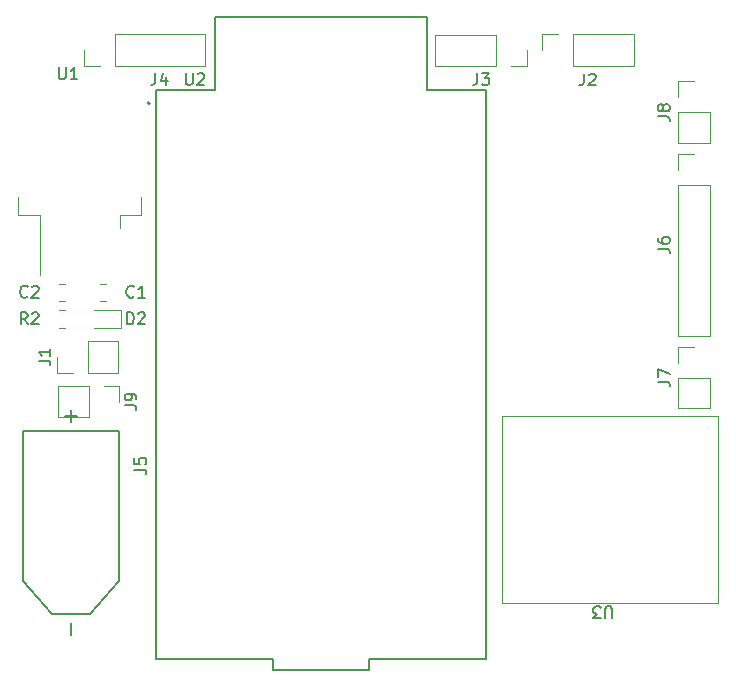
<source format=gbr>
%TF.GenerationSoftware,KiCad,Pcbnew,(6.0.9)*%
%TF.CreationDate,2023-05-11T13:54:47+10:00*%
%TF.ProjectId,Rescue Line,52657363-7565-4204-9c69-6e652e6b6963,rev?*%
%TF.SameCoordinates,Original*%
%TF.FileFunction,Legend,Top*%
%TF.FilePolarity,Positive*%
%FSLAX46Y46*%
G04 Gerber Fmt 4.6, Leading zero omitted, Abs format (unit mm)*
G04 Created by KiCad (PCBNEW (6.0.9)) date 2023-05-11 13:54:47*
%MOMM*%
%LPD*%
G01*
G04 APERTURE LIST*
%ADD10C,0.150000*%
%ADD11C,0.120000*%
%ADD12C,0.127000*%
%ADD13C,0.200000*%
G04 APERTURE END LIST*
D10*
%TO.C,C2*%
X107083333Y-91107142D02*
X107035714Y-91154761D01*
X106892857Y-91202380D01*
X106797619Y-91202380D01*
X106654761Y-91154761D01*
X106559523Y-91059523D01*
X106511904Y-90964285D01*
X106464285Y-90773809D01*
X106464285Y-90630952D01*
X106511904Y-90440476D01*
X106559523Y-90345238D01*
X106654761Y-90250000D01*
X106797619Y-90202380D01*
X106892857Y-90202380D01*
X107035714Y-90250000D01*
X107083333Y-90297619D01*
X107464285Y-90297619D02*
X107511904Y-90250000D01*
X107607142Y-90202380D01*
X107845238Y-90202380D01*
X107940476Y-90250000D01*
X107988095Y-90297619D01*
X108035714Y-90392857D01*
X108035714Y-90488095D01*
X107988095Y-90630952D01*
X107416666Y-91202380D01*
X108035714Y-91202380D01*
%TO.C,J3*%
X145166666Y-72202380D02*
X145166666Y-72916666D01*
X145119047Y-73059523D01*
X145023809Y-73154761D01*
X144880952Y-73202380D01*
X144785714Y-73202380D01*
X145547619Y-72202380D02*
X146166666Y-72202380D01*
X145833333Y-72583333D01*
X145976190Y-72583333D01*
X146071428Y-72630952D01*
X146119047Y-72678571D01*
X146166666Y-72773809D01*
X146166666Y-73011904D01*
X146119047Y-73107142D01*
X146071428Y-73154761D01*
X145976190Y-73202380D01*
X145690476Y-73202380D01*
X145595238Y-73154761D01*
X145547619Y-73107142D01*
%TO.C,J6*%
X160452380Y-87063333D02*
X161166666Y-87063333D01*
X161309523Y-87110952D01*
X161404761Y-87206190D01*
X161452380Y-87349047D01*
X161452380Y-87444285D01*
X160452380Y-86158571D02*
X160452380Y-86349047D01*
X160500000Y-86444285D01*
X160547619Y-86491904D01*
X160690476Y-86587142D01*
X160880952Y-86634761D01*
X161261904Y-86634761D01*
X161357142Y-86587142D01*
X161404761Y-86539523D01*
X161452380Y-86444285D01*
X161452380Y-86253809D01*
X161404761Y-86158571D01*
X161357142Y-86110952D01*
X161261904Y-86063333D01*
X161023809Y-86063333D01*
X160928571Y-86110952D01*
X160880952Y-86158571D01*
X160833333Y-86253809D01*
X160833333Y-86444285D01*
X160880952Y-86539523D01*
X160928571Y-86587142D01*
X161023809Y-86634761D01*
%TO.C,U2*%
X120488095Y-72202380D02*
X120488095Y-73011904D01*
X120535714Y-73107142D01*
X120583333Y-73154761D01*
X120678571Y-73202380D01*
X120869047Y-73202380D01*
X120964285Y-73154761D01*
X121011904Y-73107142D01*
X121059523Y-73011904D01*
X121059523Y-72202380D01*
X121488095Y-72297619D02*
X121535714Y-72250000D01*
X121630952Y-72202380D01*
X121869047Y-72202380D01*
X121964285Y-72250000D01*
X122011904Y-72297619D01*
X122059523Y-72392857D01*
X122059523Y-72488095D01*
X122011904Y-72630952D01*
X121440476Y-73202380D01*
X122059523Y-73202380D01*
%TO.C,J8*%
X160452380Y-75838333D02*
X161166666Y-75838333D01*
X161309523Y-75885952D01*
X161404761Y-75981190D01*
X161452380Y-76124047D01*
X161452380Y-76219285D01*
X160880952Y-75219285D02*
X160833333Y-75314523D01*
X160785714Y-75362142D01*
X160690476Y-75409761D01*
X160642857Y-75409761D01*
X160547619Y-75362142D01*
X160500000Y-75314523D01*
X160452380Y-75219285D01*
X160452380Y-75028809D01*
X160500000Y-74933571D01*
X160547619Y-74885952D01*
X160642857Y-74838333D01*
X160690476Y-74838333D01*
X160785714Y-74885952D01*
X160833333Y-74933571D01*
X160880952Y-75028809D01*
X160880952Y-75219285D01*
X160928571Y-75314523D01*
X160976190Y-75362142D01*
X161071428Y-75409761D01*
X161261904Y-75409761D01*
X161357142Y-75362142D01*
X161404761Y-75314523D01*
X161452380Y-75219285D01*
X161452380Y-75028809D01*
X161404761Y-74933571D01*
X161357142Y-74885952D01*
X161261904Y-74838333D01*
X161071428Y-74838333D01*
X160976190Y-74885952D01*
X160928571Y-74933571D01*
X160880952Y-75028809D01*
%TO.C,U3*%
X156566904Y-118352619D02*
X156566904Y-117543095D01*
X156519285Y-117447857D01*
X156471666Y-117400238D01*
X156376428Y-117352619D01*
X156185952Y-117352619D01*
X156090714Y-117400238D01*
X156043095Y-117447857D01*
X155995476Y-117543095D01*
X155995476Y-118352619D01*
X155614523Y-118352619D02*
X154995476Y-118352619D01*
X155328809Y-117971666D01*
X155185952Y-117971666D01*
X155090714Y-117924047D01*
X155043095Y-117876428D01*
X154995476Y-117781190D01*
X154995476Y-117543095D01*
X155043095Y-117447857D01*
X155090714Y-117400238D01*
X155185952Y-117352619D01*
X155471666Y-117352619D01*
X155566904Y-117400238D01*
X155614523Y-117447857D01*
%TO.C,J5*%
X116137380Y-105758333D02*
X116851666Y-105758333D01*
X116994523Y-105805952D01*
X117089761Y-105901190D01*
X117137380Y-106044047D01*
X117137380Y-106139285D01*
X116137380Y-104805952D02*
X116137380Y-105282142D01*
X116613571Y-105329761D01*
X116565952Y-105282142D01*
X116518333Y-105186904D01*
X116518333Y-104948809D01*
X116565952Y-104853571D01*
X116613571Y-104805952D01*
X116708809Y-104758333D01*
X116946904Y-104758333D01*
X117042142Y-104805952D01*
X117089761Y-104853571D01*
X117137380Y-104948809D01*
X117137380Y-105186904D01*
X117089761Y-105282142D01*
X117042142Y-105329761D01*
%TO.C,J2*%
X154191666Y-72227380D02*
X154191666Y-72941666D01*
X154144047Y-73084523D01*
X154048809Y-73179761D01*
X153905952Y-73227380D01*
X153810714Y-73227380D01*
X154620238Y-72322619D02*
X154667857Y-72275000D01*
X154763095Y-72227380D01*
X155001190Y-72227380D01*
X155096428Y-72275000D01*
X155144047Y-72322619D01*
X155191666Y-72417857D01*
X155191666Y-72513095D01*
X155144047Y-72655952D01*
X154572619Y-73227380D01*
X155191666Y-73227380D01*
%TO.C,J1*%
X108027380Y-96551833D02*
X108741666Y-96551833D01*
X108884523Y-96599452D01*
X108979761Y-96694690D01*
X109027380Y-96837547D01*
X109027380Y-96932785D01*
X109027380Y-95551833D02*
X109027380Y-96123261D01*
X109027380Y-95837547D02*
X108027380Y-95837547D01*
X108170238Y-95932785D01*
X108265476Y-96028023D01*
X108313095Y-96123261D01*
%TO.C,D2*%
X115511904Y-93452380D02*
X115511904Y-92452380D01*
X115750000Y-92452380D01*
X115892857Y-92500000D01*
X115988095Y-92595238D01*
X116035714Y-92690476D01*
X116083333Y-92880952D01*
X116083333Y-93023809D01*
X116035714Y-93214285D01*
X115988095Y-93309523D01*
X115892857Y-93404761D01*
X115750000Y-93452380D01*
X115511904Y-93452380D01*
X116464285Y-92547619D02*
X116511904Y-92500000D01*
X116607142Y-92452380D01*
X116845238Y-92452380D01*
X116940476Y-92500000D01*
X116988095Y-92547619D01*
X117035714Y-92642857D01*
X117035714Y-92738095D01*
X116988095Y-92880952D01*
X116416666Y-93452380D01*
X117035714Y-93452380D01*
%TO.C,R2*%
X107083333Y-93452380D02*
X106750000Y-92976190D01*
X106511904Y-93452380D02*
X106511904Y-92452380D01*
X106892857Y-92452380D01*
X106988095Y-92500000D01*
X107035714Y-92547619D01*
X107083333Y-92642857D01*
X107083333Y-92785714D01*
X107035714Y-92880952D01*
X106988095Y-92928571D01*
X106892857Y-92976190D01*
X106511904Y-92976190D01*
X107464285Y-92547619D02*
X107511904Y-92500000D01*
X107607142Y-92452380D01*
X107845238Y-92452380D01*
X107940476Y-92500000D01*
X107988095Y-92547619D01*
X108035714Y-92642857D01*
X108035714Y-92738095D01*
X107988095Y-92880952D01*
X107416666Y-93452380D01*
X108035714Y-93452380D01*
%TO.C,J9*%
X115307380Y-100333333D02*
X116021666Y-100333333D01*
X116164523Y-100380952D01*
X116259761Y-100476190D01*
X116307380Y-100619047D01*
X116307380Y-100714285D01*
X116307380Y-99809523D02*
X116307380Y-99619047D01*
X116259761Y-99523809D01*
X116212142Y-99476190D01*
X116069285Y-99380952D01*
X115878809Y-99333333D01*
X115497857Y-99333333D01*
X115402619Y-99380952D01*
X115355000Y-99428571D01*
X115307380Y-99523809D01*
X115307380Y-99714285D01*
X115355000Y-99809523D01*
X115402619Y-99857142D01*
X115497857Y-99904761D01*
X115735952Y-99904761D01*
X115831190Y-99857142D01*
X115878809Y-99809523D01*
X115926428Y-99714285D01*
X115926428Y-99523809D01*
X115878809Y-99428571D01*
X115831190Y-99380952D01*
X115735952Y-99333333D01*
%TO.C,J4*%
X117916666Y-72202380D02*
X117916666Y-72916666D01*
X117869047Y-73059523D01*
X117773809Y-73154761D01*
X117630952Y-73202380D01*
X117535714Y-73202380D01*
X118821428Y-72535714D02*
X118821428Y-73202380D01*
X118583333Y-72154761D02*
X118345238Y-72869047D01*
X118964285Y-72869047D01*
%TO.C,C1*%
X116083333Y-91107142D02*
X116035714Y-91154761D01*
X115892857Y-91202380D01*
X115797619Y-91202380D01*
X115654761Y-91154761D01*
X115559523Y-91059523D01*
X115511904Y-90964285D01*
X115464285Y-90773809D01*
X115464285Y-90630952D01*
X115511904Y-90440476D01*
X115559523Y-90345238D01*
X115654761Y-90250000D01*
X115797619Y-90202380D01*
X115892857Y-90202380D01*
X116035714Y-90250000D01*
X116083333Y-90297619D01*
X117035714Y-91202380D02*
X116464285Y-91202380D01*
X116750000Y-91202380D02*
X116750000Y-90202380D01*
X116654761Y-90345238D01*
X116559523Y-90440476D01*
X116464285Y-90488095D01*
%TO.C,U1*%
X109738095Y-71702380D02*
X109738095Y-72511904D01*
X109785714Y-72607142D01*
X109833333Y-72654761D01*
X109928571Y-72702380D01*
X110119047Y-72702380D01*
X110214285Y-72654761D01*
X110261904Y-72607142D01*
X110309523Y-72511904D01*
X110309523Y-71702380D01*
X111309523Y-72702380D02*
X110738095Y-72702380D01*
X111023809Y-72702380D02*
X111023809Y-71702380D01*
X110928571Y-71845238D01*
X110833333Y-71940476D01*
X110738095Y-71988095D01*
%TO.C,J7*%
X160452380Y-98313333D02*
X161166666Y-98313333D01*
X161309523Y-98360952D01*
X161404761Y-98456190D01*
X161452380Y-98599047D01*
X161452380Y-98694285D01*
X160452380Y-97932380D02*
X160452380Y-97265714D01*
X161452380Y-97694285D01*
D11*
%TO.C,C2*%
X110261252Y-90015000D02*
X109738748Y-90015000D01*
X110261252Y-91485000D02*
X109738748Y-91485000D01*
%TO.C,J3*%
X149355000Y-70275000D02*
X149355000Y-71605000D01*
X141615000Y-68945000D02*
X141615000Y-71605000D01*
X146755000Y-71605000D02*
X141615000Y-71605000D01*
X149355000Y-71605000D02*
X148025000Y-71605000D01*
X146755000Y-68945000D02*
X146755000Y-71605000D01*
X146755000Y-68945000D02*
X141615000Y-68945000D01*
%TO.C,J6*%
X162170000Y-80380000D02*
X162170000Y-79050000D01*
X162170000Y-94410000D02*
X164830000Y-94410000D01*
X164830000Y-81650000D02*
X164830000Y-94410000D01*
X162170000Y-79050000D02*
X163500000Y-79050000D01*
X162170000Y-81650000D02*
X164830000Y-81650000D01*
X162170000Y-81650000D02*
X162170000Y-94410000D01*
D12*
%TO.C,U2*%
X140925000Y-67420000D02*
X140925000Y-73620000D01*
X145875000Y-121820000D02*
X145875000Y-73620000D01*
X122925000Y-67420000D02*
X140925000Y-67420000D01*
X145875000Y-73620000D02*
X140925000Y-73620000D01*
X127855000Y-122720000D02*
X135985000Y-122720000D01*
X127855000Y-121820000D02*
X127855000Y-122720000D01*
X122925000Y-73620000D02*
X117975000Y-73620000D01*
X135985000Y-122720000D02*
X135985000Y-121820000D01*
X117975000Y-121820000D02*
X127855000Y-121820000D01*
X117975000Y-73620000D02*
X117975000Y-121820000D01*
X135985000Y-121820000D02*
X145875000Y-121820000D01*
X122925000Y-73620000D02*
X122925000Y-67420000D01*
D13*
X117455000Y-74750000D02*
G75*
G03*
X117455000Y-74750000I-100000J0D01*
G01*
D11*
%TO.C,J8*%
X162170000Y-75500000D02*
X162170000Y-78100000D01*
X162170000Y-74230000D02*
X162170000Y-72900000D01*
X162170000Y-78100000D02*
X164830000Y-78100000D01*
X162170000Y-75500000D02*
X164830000Y-75500000D01*
X162170000Y-72900000D02*
X163500000Y-72900000D01*
X164830000Y-75500000D02*
X164830000Y-78100000D01*
%TO.C,U3*%
X165555000Y-117055000D02*
X147255000Y-117055000D01*
X147255000Y-117055000D02*
X147255000Y-101255000D01*
X147255000Y-101255000D02*
X165555000Y-101255000D01*
X165555000Y-101255000D02*
X165555000Y-117055000D01*
D12*
%TO.C,J5*%
X106700000Y-102500000D02*
X114800000Y-102500000D01*
X114800000Y-102500000D02*
X114800000Y-115200000D01*
X109150000Y-118000000D02*
X106700000Y-115200000D01*
X110750000Y-118750000D02*
X110750000Y-119750000D01*
X110750000Y-100750000D02*
X110750000Y-101750000D01*
X112350000Y-118000000D02*
X109150000Y-118000000D01*
X114800000Y-115200000D02*
X112350000Y-118000000D01*
X106700000Y-115200000D02*
X106700000Y-102500000D01*
X111250000Y-101250000D02*
X110250000Y-101250000D01*
D11*
%TO.C,J2*%
X153270000Y-71580000D02*
X158410000Y-71580000D01*
X158410000Y-71580000D02*
X158410000Y-68920000D01*
X153270000Y-68920000D02*
X158410000Y-68920000D01*
X150670000Y-70250000D02*
X150670000Y-68920000D01*
X150670000Y-68920000D02*
X152000000Y-68920000D01*
X153270000Y-71580000D02*
X153270000Y-68920000D01*
%TO.C,J1*%
X110905000Y-97548500D02*
X109575000Y-97548500D01*
X109575000Y-97548500D02*
X109575000Y-96218500D01*
X112175000Y-97548500D02*
X114775000Y-97548500D01*
X114775000Y-97548500D02*
X114775000Y-94888500D01*
X112175000Y-97548500D02*
X112175000Y-94888500D01*
X112175000Y-94888500D02*
X114775000Y-94888500D01*
%TO.C,D2*%
X114985000Y-93735000D02*
X114985000Y-92265000D01*
X112700000Y-93735000D02*
X114985000Y-93735000D01*
X114985000Y-92265000D02*
X112700000Y-92265000D01*
%TO.C,R2*%
X110227064Y-93735000D02*
X109772936Y-93735000D01*
X110227064Y-92265000D02*
X109772936Y-92265000D01*
%TO.C,J9*%
X109655000Y-98670000D02*
X109655000Y-101330000D01*
X112255000Y-98670000D02*
X109655000Y-98670000D01*
X113525000Y-98670000D02*
X114855000Y-98670000D01*
X112255000Y-101330000D02*
X109655000Y-101330000D01*
X114855000Y-98670000D02*
X114855000Y-100000000D01*
X112255000Y-98670000D02*
X112255000Y-101330000D01*
%TO.C,J4*%
X114470000Y-71580000D02*
X114470000Y-68920000D01*
X114470000Y-68920000D02*
X122150000Y-68920000D01*
X114470000Y-71580000D02*
X122150000Y-71580000D01*
X113200000Y-71580000D02*
X111870000Y-71580000D01*
X111870000Y-71580000D02*
X111870000Y-70250000D01*
X122150000Y-71580000D02*
X122150000Y-68920000D01*
%TO.C,C1*%
X113238748Y-91485000D02*
X113761252Y-91485000D01*
X113238748Y-90015000D02*
X113761252Y-90015000D01*
%TO.C,U1*%
X106300000Y-82700000D02*
X106300000Y-84200000D01*
X108110000Y-84200000D02*
X108110000Y-89325000D01*
X116700000Y-84200000D02*
X114890000Y-84200000D01*
X114890000Y-84200000D02*
X114890000Y-85300000D01*
X106300000Y-84200000D02*
X108110000Y-84200000D01*
X116700000Y-82700000D02*
X116700000Y-84200000D01*
%TO.C,J7*%
X162170000Y-100575000D02*
X164830000Y-100575000D01*
X162170000Y-96705000D02*
X162170000Y-95375000D01*
X162170000Y-95375000D02*
X163500000Y-95375000D01*
X164830000Y-97975000D02*
X164830000Y-100575000D01*
X162170000Y-97975000D02*
X162170000Y-100575000D01*
X162170000Y-97975000D02*
X164830000Y-97975000D01*
%TD*%
M02*

</source>
